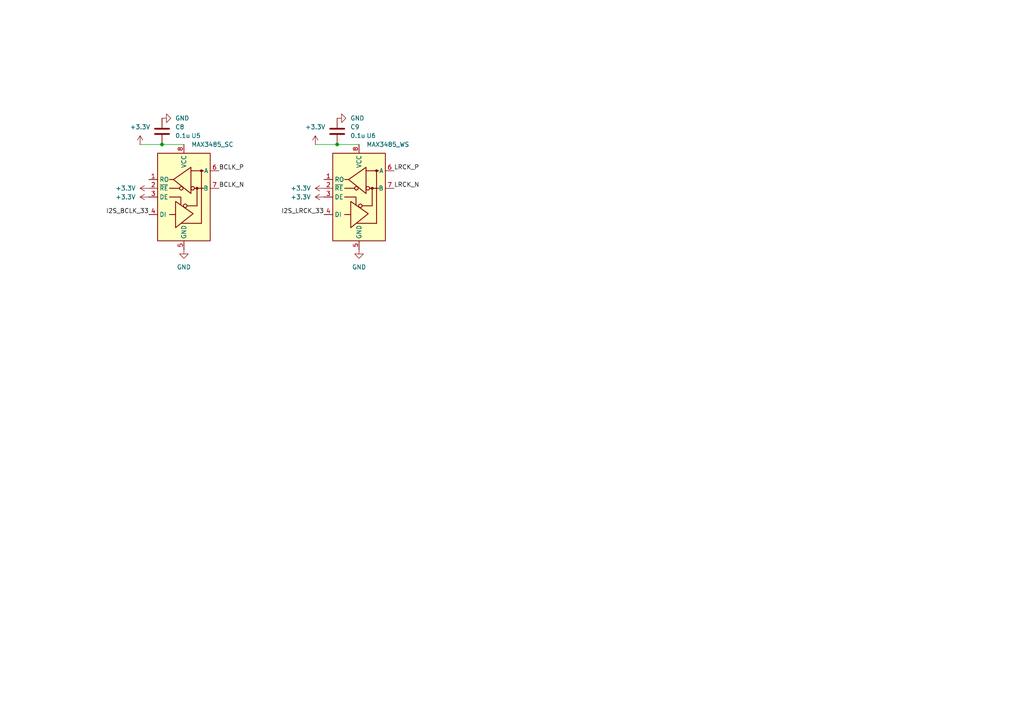
<source format=kicad_sch>
(kicad_sch (version 20250114) (generator "eeschema") (generator_version "9.0")
  (paper "A4")
  (lib_symbols
    (symbol "Device:C" (pin_numbers (hide yes)) (pin_names (offset 0.254))
      (property "Reference" "C" (at 0.635 2.54 0))
      (property "Value" "C" (at 0.635 -2.54 0))
      (symbol "C_0_1"
        (polyline (pts (xy -2.032 0.762) (xy 2.032 0.762)) (stroke (width 0.508)))
        (polyline (pts (xy -2.032 -0.762) (xy 2.032 -0.762)) (stroke (width 0.508)))
      )
      (symbol "C_1_1"
        (pin passive line (at 0 3.81 270) (length 2.794) (name "~") (number "1"))
        (pin passive line (at 0 -3.81 90) (length 2.794) (name "~") (number "2"))
      )
    )
    (symbol "Interface_UART:MAX3485"
      (property "Reference" "U" (at -6.985 13.97 0))
      (property "Value" "MAX3485" (at 1.905 13.97 0))
      (symbol "MAX3485_0_1"
        (rectangle (start -7.62 12.7) (end 7.62 -12.7) (stroke (width 0.254)) (fill (type background)))
        (polyline (pts (xy -4.191 2.54) (xy -1.27 2.54)) (stroke (width 0.254)))
        (polyline (pts (xy -4.191 0) (xy -0.889 0) (xy -0.889 -2.286)) (stroke (width 0.254)))
        (polyline (pts (xy -3.175 5.08) (xy -4.191 5.08) (xy -4.064 5.08)) (stroke (width 0.254)))
        (polyline (pts (xy -2.54 -5.08) (xy -4.191 -5.08)) (stroke (width 0.254)))
        (polyline (pts (xy -2.413 -5.08) (xy -2.413 -1.27) (xy 2.667 -4.826) (xy -2.413 -8.89) (xy -2.413 -5.08)) (stroke (width 0.254)))
        (polyline (pts (xy -0.635 -7.62) (xy 5.08 -7.62)) (stroke (width 0.254)))
        (circle (center 0.381 -2.54) (radius 0.508) (stroke (width 0.254)))
        (polyline (pts (xy 0.889 -2.54) (xy 3.81 -2.54)) (stroke (width 0.254)))
        (polyline (pts (xy 2.032 7.62) (xy 5.715 7.62)) (stroke (width 0.254)))
        (polyline (pts (xy 3.048 2.54) (xy 5.715 2.54)) (stroke (width 0.254)))
        (circle (center 3.81 2.54) (radius 0.2794) (stroke (width 0.254)) (fill (type outline)))
        (polyline (pts (xy 3.81 -2.54) (xy 3.81 2.54)) (stroke (width 0.254)))
        (polyline (pts (xy 5.08 -7.62) (xy 5.08 7.62)) (stroke (width 0.254)))
      )
      (symbol "MAX3485_1_1"
        (circle (center -0.762 2.54) (radius 0.508) (stroke (width 0.254)))
        (polyline (pts (xy 2.032 4.826) (xy 2.032 8.636) (xy -3.048 5.08) (xy 2.032 1.016) (xy 2.032 4.826)) (stroke (width 0.254)))
        (circle (center 2.54 2.54) (radius 0.508) (stroke (width 0.254)))
        (circle (center 5.08 7.62) (radius 0.2794) (stroke (width 0.254)) (fill (type outline)))
        (pin output line (at -10.16 5.08 0) (length 2.54) (name "RO") (number "1"))
        (pin input line (at -10.16 2.54 0) (length 2.54) (name "~{RE}") (number "2"))
        (pin input line (at -10.16 0 0) (length 2.54) (name "DE") (number "3"))
        (pin input line (at -10.16 -5.08 0) (length 2.54) (name "DI") (number "4"))
        (pin power_in line (at 0 15.24 270) (length 2.54) (name "VCC") (number "8"))
        (pin power_in line (at 0 -15.24 90) (length 2.54) (name "GND") (number "5"))
        (pin bidirectional line (at 10.16 7.62 180) (length 2.54) (name "A") (number "6"))
        (pin bidirectional line (at 10.16 2.54 180) (length 2.54) (name "B") (number "7"))
      )
    )
    (symbol "power:+3.3V" (power) (pin_numbers (hide yes)) (pin_names (offset 0) (hide yes))
      (property "Value" "+3.3V" (at 0 3.556 0))
      (symbol "+3.3V_0_1"
        (polyline (pts (xy -0.762 1.27) (xy 0 2.54)))
        (polyline (pts (xy 0 2.54) (xy 0.762 1.27)))
        (polyline (pts (xy 0 0) (xy 0 2.54)))
      )
      (symbol "+3.3V_1_1"
        (pin power_in line (at 0 0 90) (length 0) (name "~") (number "1"))
      )
    )
    (symbol "power:GND" (power) (pin_numbers (hide yes)) (pin_names (offset 0) (hide yes))
      (property "Value" "GND" (at 0 -3.81 0))
      (symbol "GND_0_1"
        (polyline (pts (xy 0 0) (xy 0 -1.27) (xy 1.27 -1.27) (xy 0 -2.54) (xy -1.27 -1.27) (xy 0 -1.27)))
      )
      (symbol "GND_1_1"
        (pin power_in line (at 0 0 270) (length 0) (name "~") (number "1"))
      )
    )
  )
  (junction (at 46.99 41.91))
  (junction (at 97.79 41.91))
  (wire (pts (xy 40.64 41.91) (xy 46.99 41.91)))
  (wire (pts (xy 97.79 41.91) (xy 104.14 41.91)))
  (wire (pts (xy 46.99 41.91) (xy 53.34 41.91)))
  (wire (pts (xy 91.44 41.91) (xy 97.79 41.91)))
  (label "BCLK_P" (at 63.5 49.53 0))
  (label "I2S_LRCK_33" (at 93.98 62.23 180))
  (label "LRCK_N" (at 114.3 54.61 0))
  (label "LRCK_P" (at 114.3 49.53 0))
  (label "I2S_BCLK_33" (at 43.18 62.23 180))
  (label "BCLK_N" (at 63.5 54.61 0))
  (symbol (lib_id "Interface_UART:MAX3485") (at 104.14 57.15 0) (unit 1)
    (property "Reference" "U6" (at 106.2833 39.37 0) (effects (justify left)))
    (property "Value" "MAX3485_WS" (at 106.2833 41.91 0) (effects (justify left)))
    (property "Footprint" "Package_SO:SOIC-8_3.9x4.9mm_P1.27mm" (effects (hide yes)))
    (property "Datasheet" "https://datasheets.maximintegrated.com/en/ds/MAX3483-MAX3491.pdf" (effects (hide yes)))
    (property "Description" "True RS-485/RS-422, 10Mbps, Slew-Rate Limited, with low-power shutdown, with receiver/driver enable, 32 receiver drive capacitity, DIP-8 and SOIC-8" (effects (hide yes)))
  )
  (symbol (lib_id "power:+3.3V") (at 43.18 54.61 90) (unit 1)
    (property "Reference" "#PWR023" (effects (hide yes)))
    (property "Value" "+3.3V" (at 39.37 54.6099 90) (effects (justify left)))
    (property "Description" "Power symbol creates a global label with name \"+3.3V\"" (effects (hide yes)))
  )
  (symbol (lib_id "power:+3.3V") (at 43.18 57.15 90) (unit 1)
    (property "Reference" "#PWR024" (effects (hide yes)))
    (property "Value" "+3.3V" (at 39.37 57.1499 90) (effects (justify left)))
    (property "Description" "Power symbol creates a global label with name \"+3.3V\"" (effects (hide yes)))
  )
  (symbol (lib_id "power:+3.3V") (at 93.98 57.15 90) (unit 1)
    (property "Reference" "#PWR026" (effects (hide yes)))
    (property "Value" "+3.3V" (at 90.17 57.1499 90) (effects (justify left)))
    (property "Description" "Power symbol creates a global label with name \"+3.3V\"" (effects (hide yes)))
  )
  (symbol (lib_id "power:GND") (at 53.34 72.39 0) (unit 1)
    (property "Reference" "#PWR027" (effects (hide yes)))
    (property "Value" "GND" (at 53.34 77.47 0))
    (property "Description" "Power symbol creates a global label with name \"GND\" , ground" (effects (hide yes)))
  )
  (symbol (lib_id "Device:C") (at 46.99 38.1 0) (unit 1)
    (property "Reference" "C8" (at 50.8 36.8299 0) (effects (justify left)))
    (property "Value" "0.1u" (at 50.8 39.3699 0) (effects (justify left)))
    (property "Description" "Unpolarized capacitor" (effects (hide yes)))
  )
  (symbol (lib_id "power:GND") (at 104.14 72.39 0) (unit 1)
    (property "Reference" "#PWR028" (effects (hide yes)))
    (property "Value" "GND" (at 104.14 77.47 0))
    (property "Description" "Power symbol creates a global label with name \"GND\" , ground" (effects (hide yes)))
  )
  (symbol (lib_id "power:GND") (at 97.79 34.29 90) (unit 1)
    (property "Reference" "#PWR032" (effects (hide yes)))
    (property "Value" "GND" (at 101.6 34.2899 90) (effects (justify right)))
    (property "Description" "Power symbol creates a global label with name \"GND\" , ground" (effects (hide yes)))
  )
  (symbol (lib_id "power:+3.3V") (at 91.44 41.91 0) (unit 1)
    (property "Reference" "#PWR030" (effects (hide yes)))
    (property "Value" "+3.3V" (at 91.44 36.83 0))
    (property "Description" "Power symbol creates a global label with name \"+3.3V\"" (effects (hide yes)))
  )
  (symbol (lib_id "power:+3.3V") (at 40.64 41.91 0) (unit 1)
    (property "Reference" "#PWR029" (effects (hide yes)))
    (property "Value" "+3.3V" (at 40.64 36.83 0))
    (property "Description" "Power symbol creates a global label with name \"+3.3V\"" (effects (hide yes)))
  )
  (symbol (lib_id "Interface_UART:MAX3485") (at 53.34 57.15 0) (unit 1)
    (property "Reference" "U5" (at 55.4833 39.37 0) (effects (justify left)))
    (property "Value" "MAX3485_SC" (at 55.4833 41.91 0) (effects (justify left)))
    (property "Footprint" "Package_SO:SOIC-8_3.9x4.9mm_P1.27mm" (effects (hide yes)))
    (property "Datasheet" "https://datasheets.maximintegrated.com/en/ds/MAX3483-MAX3491.pdf" (effects (hide yes)))
    (property "Description" "True RS-485/RS-422, 10Mbps, Slew-Rate Limited, with low-power shutdown, with receiver/driver enable, 32 receiver drive capacitity, DIP-8 and SOIC-8" (effects (hide yes)))
  )
  (symbol (lib_id "power:+3.3V") (at 93.98 54.61 90) (unit 1)
    (property "Reference" "#PWR025" (effects (hide yes)))
    (property "Value" "+3.3V" (at 90.17 54.6099 90) (effects (justify left)))
    (property "Description" "Power symbol creates a global label with name \"+3.3V\"" (effects (hide yes)))
  )
  (symbol (lib_id "power:GND") (at 46.99 34.29 90) (unit 1)
    (property "Reference" "#PWR031" (effects (hide yes)))
    (property "Value" "GND" (at 50.8 34.2899 90) (effects (justify right)))
    (property "Description" "Power symbol creates a global label with name \"GND\" , ground" (effects (hide yes)))
  )
  (symbol (lib_id "Device:C") (at 97.79 38.1 0) (unit 1)
    (property "Reference" "C9" (at 101.6 36.8299 0) (effects (justify left)))
    (property "Value" "0.1u" (at 101.6 39.3699 0) (effects (justify left)))
    (property "Description" "Unpolarized capacitor" (effects (hide yes)))
  )
)
</source>
